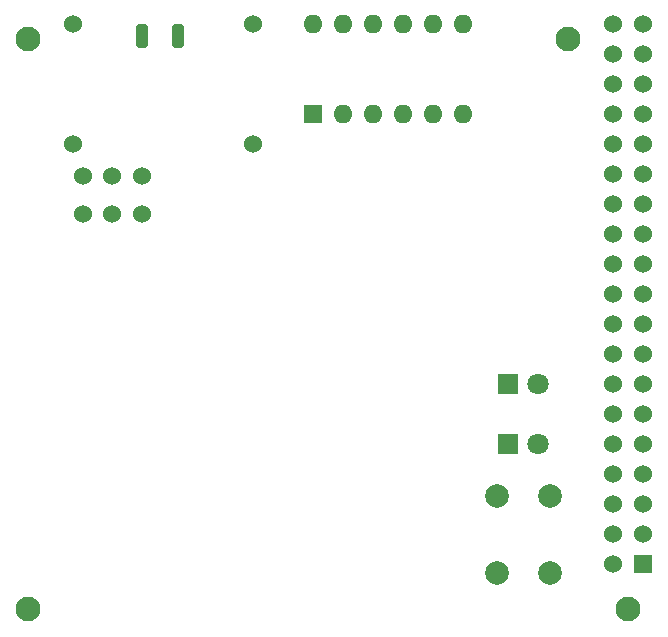
<source format=gbr>
%TF.GenerationSoftware,KiCad,Pcbnew,8.0.3*%
%TF.CreationDate,2024-06-19T13:29:18+09:00*%
%TF.ProjectId,yashica8_ver0.1.2,79617368-6963-4613-985f-766572302e31,rev?*%
%TF.SameCoordinates,Original*%
%TF.FileFunction,Soldermask,Bot*%
%TF.FilePolarity,Negative*%
%FSLAX46Y46*%
G04 Gerber Fmt 4.6, Leading zero omitted, Abs format (unit mm)*
G04 Created by KiCad (PCBNEW 8.0.3) date 2024-06-19 13:29:18*
%MOMM*%
%LPD*%
G01*
G04 APERTURE LIST*
G04 Aperture macros list*
%AMRoundRect*
0 Rectangle with rounded corners*
0 $1 Rounding radius*
0 $2 $3 $4 $5 $6 $7 $8 $9 X,Y pos of 4 corners*
0 Add a 4 corners polygon primitive as box body*
4,1,4,$2,$3,$4,$5,$6,$7,$8,$9,$2,$3,0*
0 Add four circle primitives for the rounded corners*
1,1,$1+$1,$2,$3*
1,1,$1+$1,$4,$5*
1,1,$1+$1,$6,$7*
1,1,$1+$1,$8,$9*
0 Add four rect primitives between the rounded corners*
20,1,$1+$1,$2,$3,$4,$5,0*
20,1,$1+$1,$4,$5,$6,$7,0*
20,1,$1+$1,$6,$7,$8,$9,0*
20,1,$1+$1,$8,$9,$2,$3,0*%
G04 Aperture macros list end*
%ADD10R,1.800000X1.800000*%
%ADD11C,1.800000*%
%ADD12C,2.000000*%
%ADD13C,1.524000*%
%ADD14C,2.100000*%
%ADD15R,1.524000X1.524000*%
%ADD16R,1.600000X1.600000*%
%ADD17O,1.600000X1.600000*%
%ADD18RoundRect,0.250000X0.250000X0.750000X-0.250000X0.750000X-0.250000X-0.750000X0.250000X-0.750000X0*%
G04 APERTURE END LIST*
D10*
%TO.C,D2*%
X24780000Y23320000D03*
D11*
X27320000Y23320000D03*
%TD*%
D12*
%TO.C,SW2*%
X23800000Y7370000D03*
X23800000Y13870000D03*
X28300000Y7370000D03*
X28300000Y13870000D03*
%TD*%
D13*
%TO.C,SW3*%
X-11248000Y41008000D03*
X-8748000Y41008000D03*
X-6248000Y41008000D03*
X-11248000Y37708000D03*
X-8748000Y37708000D03*
X-6248000Y37708000D03*
%TD*%
D14*
%TO.C,H3*%
X34940000Y4270000D03*
%TD*%
D15*
%TO.C,J1*%
X36210000Y8080000D03*
D13*
X33670000Y8080000D03*
X36210000Y10620000D03*
X33670000Y10620000D03*
X36210000Y13160000D03*
X33670000Y13160000D03*
X36210000Y15700000D03*
X33670000Y15700000D03*
X36210000Y18240000D03*
X33670000Y18240000D03*
X36210000Y20780000D03*
X33670000Y20780000D03*
X36210000Y23320000D03*
X33670000Y23320000D03*
X36210000Y25860000D03*
X33670000Y25860000D03*
X36210000Y28400000D03*
X33670000Y28400000D03*
X36210000Y30940000D03*
X33670000Y30940000D03*
X36210000Y33480000D03*
X33670000Y33480000D03*
X36210000Y36020000D03*
X33670000Y36020000D03*
X36210000Y38560000D03*
X33670000Y38560000D03*
X36210000Y41100000D03*
X33670000Y41100000D03*
X36210000Y43640000D03*
X33670000Y43640000D03*
X36210000Y46180000D03*
X33670000Y46180000D03*
X36210000Y48720000D03*
X33670000Y48720000D03*
X36210000Y51260000D03*
X33670000Y51260000D03*
X36210000Y53800000D03*
X33670000Y53800000D03*
%TD*%
D14*
%TO.C,H4*%
X29860000Y52530000D03*
%TD*%
D13*
%TO.C,U2*%
X-12050000Y43640000D03*
X-12050000Y53800000D03*
X3190000Y43640000D03*
X3190000Y53800000D03*
%TD*%
D10*
%TO.C,D1*%
X24780000Y18240000D03*
D11*
X27320000Y18240000D03*
%TD*%
D16*
%TO.C,SW1*%
X8270000Y46180000D03*
D17*
X10810000Y46180000D03*
X13350000Y46180000D03*
X15890000Y46180000D03*
X18430000Y46180000D03*
X20970000Y46180000D03*
X20970000Y53800000D03*
X18430000Y53800000D03*
X15890000Y53800000D03*
X13350000Y53800000D03*
X10810000Y53800000D03*
X8270000Y53800000D03*
%TD*%
D14*
%TO.C,H1*%
X-15860000Y52530000D03*
%TD*%
%TO.C,H2*%
X-15860000Y4270000D03*
%TD*%
D18*
%TO.C,J2*%
X-3160000Y52784000D03*
%TD*%
%TO.C,J3*%
X-6208000Y52784000D03*
%TD*%
M02*

</source>
